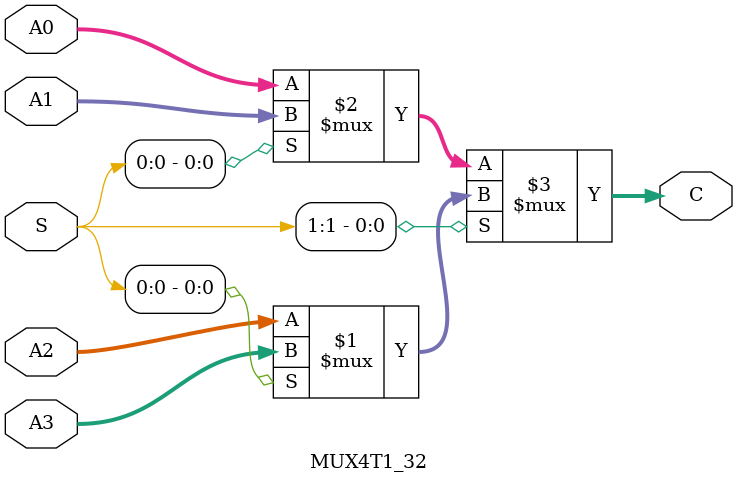
<source format=v>
`timescale 1ns / 1ps
module MUX4T1_32(
	input [31:0]A0,
	input [31:0]A1,
	input [31:0]A2,
	input [31:0]A3,
	input [1:0]S,
	output [31:0]C
    );

assign C=S[1] ? (S[0] ? A3 : A2 ) : (S[0] ? A1 : A0);

endmodule

</source>
